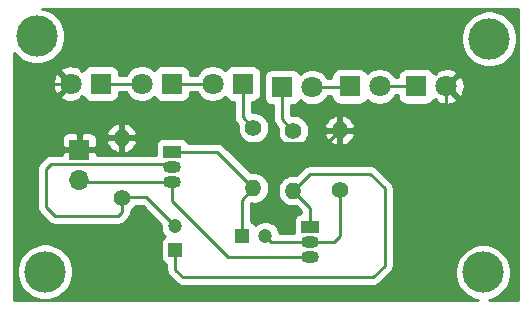
<source format=gbr>
%TF.GenerationSoftware,KiCad,Pcbnew,(5.1.12)-1*%
%TF.CreationDate,2023-08-23T15:32:20+05:30*%
%TF.ProjectId,led2,6c656432-2e6b-4696-9361-645f70636258,rev?*%
%TF.SameCoordinates,Original*%
%TF.FileFunction,Copper,L2,Bot*%
%TF.FilePolarity,Positive*%
%FSLAX46Y46*%
G04 Gerber Fmt 4.6, Leading zero omitted, Abs format (unit mm)*
G04 Created by KiCad (PCBNEW (5.1.12)-1) date 2023-08-23 15:32:20*
%MOMM*%
%LPD*%
G01*
G04 APERTURE LIST*
%TA.AperFunction,ComponentPad*%
%ADD10O,1.400000X1.400000*%
%TD*%
%TA.AperFunction,ComponentPad*%
%ADD11C,1.400000*%
%TD*%
%TA.AperFunction,ComponentPad*%
%ADD12R,1.500000X1.050000*%
%TD*%
%TA.AperFunction,ComponentPad*%
%ADD13O,1.500000X1.050000*%
%TD*%
%TA.AperFunction,ComponentPad*%
%ADD14C,1.800000*%
%TD*%
%TA.AperFunction,ComponentPad*%
%ADD15R,1.800000X1.800000*%
%TD*%
%TA.AperFunction,ComponentPad*%
%ADD16C,1.200000*%
%TD*%
%TA.AperFunction,ComponentPad*%
%ADD17R,1.200000X1.200000*%
%TD*%
%TA.AperFunction,ComponentPad*%
%ADD18O,1.700000X1.700000*%
%TD*%
%TA.AperFunction,ComponentPad*%
%ADD19R,1.700000X1.700000*%
%TD*%
%TA.AperFunction,ViaPad*%
%ADD20C,3.500000*%
%TD*%
%TA.AperFunction,Conductor*%
%ADD21C,0.250000*%
%TD*%
%TA.AperFunction,Conductor*%
%ADD22C,0.254000*%
%TD*%
%TA.AperFunction,Conductor*%
%ADD23C,0.100000*%
%TD*%
G04 APERTURE END LIST*
D10*
%TO.P,R4,2*%
%TO.N,Earth*%
X148210000Y-52950000D03*
D11*
%TO.P,R4,1*%
%TO.N,Net-(C2-Pad2)*%
X148210000Y-58030000D03*
%TD*%
D10*
%TO.P,R3,2*%
%TO.N,Earth*%
X129760000Y-53600000D03*
D11*
%TO.P,R3,1*%
%TO.N,Net-(C1-Pad2)*%
X129760000Y-58680000D03*
%TD*%
D10*
%TO.P,R2,2*%
%TO.N,Net-(C1-Pad1)*%
X144300000Y-58070000D03*
D11*
%TO.P,R2,1*%
%TO.N,Net-(D4-Pad1)*%
X144300000Y-52990000D03*
%TD*%
D10*
%TO.P,R1,2*%
%TO.N,Net-(C2-Pad1)*%
X140920000Y-57840000D03*
D11*
%TO.P,R1,1*%
%TO.N,Net-(D3-Pad1)*%
X140920000Y-52760000D03*
%TD*%
D12*
%TO.P,Q2,1*%
%TO.N,Net-(C1-Pad1)*%
X145740000Y-61130000D03*
D13*
%TO.P,Q2,3*%
%TO.N,Net-(9V1-Pad2)*%
X145740000Y-63670000D03*
%TO.P,Q2,2*%
%TO.N,Net-(C2-Pad2)*%
X145740000Y-62400000D03*
%TD*%
D12*
%TO.P,Q1,1*%
%TO.N,Net-(C2-Pad1)*%
X134040000Y-54760000D03*
D13*
%TO.P,Q1,3*%
%TO.N,Net-(9V1-Pad2)*%
X134040000Y-57300000D03*
%TO.P,Q1,2*%
%TO.N,Net-(C1-Pad2)*%
X134040000Y-56030000D03*
%TD*%
D14*
%TO.P,D6,2*%
%TO.N,Earth*%
X157250000Y-49250000D03*
D15*
%TO.P,D6,1*%
%TO.N,Net-(D5-Pad2)*%
X154710000Y-49250000D03*
%TD*%
D14*
%TO.P,D5,2*%
%TO.N,Net-(D5-Pad2)*%
X151600000Y-49250000D03*
D15*
%TO.P,D5,1*%
%TO.N,Net-(D4-Pad2)*%
X149060000Y-49250000D03*
%TD*%
D14*
%TO.P,D4,2*%
%TO.N,Net-(D4-Pad2)*%
X145890000Y-49310000D03*
D15*
%TO.P,D4,1*%
%TO.N,Net-(D4-Pad1)*%
X143350000Y-49310000D03*
%TD*%
D14*
%TO.P,D3,2*%
%TO.N,Net-(D2-Pad1)*%
X137460000Y-49000000D03*
D15*
%TO.P,D3,1*%
%TO.N,Net-(D3-Pad1)*%
X140000000Y-49000000D03*
%TD*%
D14*
%TO.P,D2,2*%
%TO.N,Net-(D1-Pad1)*%
X131460000Y-49000000D03*
D15*
%TO.P,D2,1*%
%TO.N,Net-(D2-Pad1)*%
X134000000Y-49000000D03*
%TD*%
D14*
%TO.P,D1,2*%
%TO.N,Earth*%
X125460000Y-49000000D03*
D15*
%TO.P,D1,1*%
%TO.N,Net-(D1-Pad1)*%
X128000000Y-49000000D03*
%TD*%
D16*
%TO.P,C2,2*%
%TO.N,Net-(C2-Pad2)*%
X141920000Y-61890000D03*
D17*
%TO.P,C2,1*%
%TO.N,Net-(C2-Pad1)*%
X139920000Y-61890000D03*
%TD*%
D16*
%TO.P,C1,2*%
%TO.N,Net-(C1-Pad2)*%
X134310000Y-61100000D03*
D17*
%TO.P,C1,1*%
%TO.N,Net-(C1-Pad1)*%
X134310000Y-63100000D03*
%TD*%
D18*
%TO.P,9V1,2*%
%TO.N,Net-(9V1-Pad2)*%
X126170000Y-57140000D03*
D19*
%TO.P,9V1,1*%
%TO.N,Earth*%
X126170000Y-54600000D03*
%TD*%
D20*
%TO.N,*%
X122575000Y-45000000D03*
X160875000Y-45200000D03*
X160375000Y-65000000D03*
X123275000Y-64925000D03*
%TD*%
D21*
%TO.N,Net-(9V1-Pad2)*%
X126330000Y-57300000D02*
X126170000Y-57140000D01*
X134040000Y-57300000D02*
X126330000Y-57300000D01*
X145740000Y-63670000D02*
X138790000Y-63670000D01*
X134040000Y-58920000D02*
X134040000Y-57300000D01*
X138790000Y-63670000D02*
X134040000Y-58920000D01*
%TO.N,Earth*%
X157250000Y-49250000D02*
X157250000Y-52690000D01*
X156990000Y-52950000D02*
X148210000Y-52950000D01*
X157250000Y-52690000D02*
X156990000Y-52950000D01*
X125460000Y-49000000D02*
X123880000Y-49000000D01*
X123880000Y-49000000D02*
X123220000Y-49660000D01*
X123220000Y-49660000D02*
X123220000Y-54270000D01*
X123550000Y-54600000D02*
X126170000Y-54600000D01*
X123220000Y-54270000D02*
X123550000Y-54600000D01*
X129760000Y-53600000D02*
X129760000Y-52000000D01*
X129760000Y-52000000D02*
X128940000Y-51180000D01*
X128940000Y-51180000D02*
X127190000Y-51180000D01*
X126170000Y-52200000D02*
X126170000Y-54600000D01*
X127190000Y-51180000D02*
X126170000Y-52200000D01*
X147144999Y-54015001D02*
X138165001Y-54015001D01*
X148210000Y-52950000D02*
X147144999Y-54015001D01*
X137750000Y-53600000D02*
X129760000Y-53600000D01*
X138165001Y-54015001D02*
X137750000Y-53600000D01*
%TO.N,Net-(C1-Pad2)*%
X133785001Y-55775001D02*
X123804999Y-55775001D01*
X134040000Y-56030000D02*
X133785001Y-55775001D01*
X123804999Y-55775001D02*
X123370000Y-56210000D01*
X123370000Y-56210000D02*
X123370000Y-59450000D01*
X123370000Y-59450000D02*
X124150000Y-60230000D01*
X124150000Y-60230000D02*
X129410000Y-60230000D01*
X129760000Y-59880000D02*
X129760000Y-58680000D01*
X129410000Y-60230000D02*
X129760000Y-59880000D01*
X134310000Y-61100000D02*
X131840000Y-58630000D01*
X129810000Y-58630000D02*
X129760000Y-58680000D01*
X131840000Y-58630000D02*
X129810000Y-58630000D01*
%TO.N,Net-(C1-Pad1)*%
X134310000Y-64750000D02*
X134310000Y-63100000D01*
X151080000Y-65370000D02*
X134930000Y-65370000D01*
X152020000Y-64430000D02*
X151080000Y-65370000D01*
X152020000Y-57860000D02*
X152020000Y-64430000D01*
X150820000Y-56660000D02*
X152020000Y-57860000D01*
X145710000Y-56660000D02*
X150820000Y-56660000D01*
X134930000Y-65370000D02*
X134310000Y-64750000D01*
X144300000Y-58070000D02*
X145710000Y-56660000D01*
X145740000Y-59510000D02*
X144300000Y-58070000D01*
X145740000Y-61130000D02*
X145740000Y-59510000D01*
%TO.N,Net-(C2-Pad2)*%
X142430000Y-62400000D02*
X141920000Y-61890000D01*
X145740000Y-62400000D02*
X142430000Y-62400000D01*
X145740000Y-62400000D02*
X147760000Y-62400000D01*
X148210000Y-61950000D02*
X148210000Y-58030000D01*
X147760000Y-62400000D02*
X148210000Y-61950000D01*
%TO.N,Net-(C2-Pad1)*%
X137840000Y-54760000D02*
X134040000Y-54760000D01*
X140920000Y-57840000D02*
X137840000Y-54760000D01*
X139920000Y-58840000D02*
X140920000Y-57840000D01*
X139920000Y-61890000D02*
X139920000Y-58840000D01*
%TO.N,Net-(D1-Pad1)*%
X128000000Y-49000000D02*
X131460000Y-49000000D01*
%TO.N,Net-(D2-Pad1)*%
X134000000Y-49000000D02*
X137460000Y-49000000D01*
%TO.N,Net-(D3-Pad1)*%
X140000000Y-51840000D02*
X140920000Y-52760000D01*
X140000000Y-49000000D02*
X140000000Y-51840000D01*
%TO.N,Net-(D4-Pad2)*%
X149000000Y-49310000D02*
X149060000Y-49250000D01*
X145890000Y-49310000D02*
X149000000Y-49310000D01*
%TO.N,Net-(D4-Pad1)*%
X143350000Y-52040000D02*
X144300000Y-52990000D01*
X143350000Y-49310000D02*
X143350000Y-52040000D01*
%TO.N,Net-(D5-Pad2)*%
X151600000Y-49250000D02*
X154710000Y-49250000D01*
%TD*%
D22*
%TO.N,Earth*%
X163340001Y-67340000D02*
X160836133Y-67340000D01*
X161070679Y-67293346D01*
X161504721Y-67113560D01*
X161895349Y-66852550D01*
X162227550Y-66520349D01*
X162488560Y-66129721D01*
X162668346Y-65695679D01*
X162760000Y-65234902D01*
X162760000Y-64765098D01*
X162668346Y-64304321D01*
X162488560Y-63870279D01*
X162227550Y-63479651D01*
X161895349Y-63147450D01*
X161504721Y-62886440D01*
X161070679Y-62706654D01*
X160609902Y-62615000D01*
X160140098Y-62615000D01*
X159679321Y-62706654D01*
X159245279Y-62886440D01*
X158854651Y-63147450D01*
X158522450Y-63479651D01*
X158261440Y-63870279D01*
X158081654Y-64304321D01*
X157990000Y-64765098D01*
X157990000Y-65234902D01*
X158081654Y-65695679D01*
X158261440Y-66129721D01*
X158522450Y-66520349D01*
X158854651Y-66852550D01*
X159245279Y-67113560D01*
X159679321Y-67293346D01*
X159913867Y-67340000D01*
X120660000Y-67340000D01*
X120660000Y-64690098D01*
X120890000Y-64690098D01*
X120890000Y-65159902D01*
X120981654Y-65620679D01*
X121161440Y-66054721D01*
X121422450Y-66445349D01*
X121754651Y-66777550D01*
X122145279Y-67038560D01*
X122579321Y-67218346D01*
X123040098Y-67310000D01*
X123509902Y-67310000D01*
X123970679Y-67218346D01*
X124404721Y-67038560D01*
X124795349Y-66777550D01*
X125127550Y-66445349D01*
X125388560Y-66054721D01*
X125568346Y-65620679D01*
X125660000Y-65159902D01*
X125660000Y-64690098D01*
X125568346Y-64229321D01*
X125388560Y-63795279D01*
X125127550Y-63404651D01*
X124795349Y-63072450D01*
X124404721Y-62811440D01*
X123970679Y-62631654D01*
X123509902Y-62540000D01*
X123040098Y-62540000D01*
X122579321Y-62631654D01*
X122145279Y-62811440D01*
X121754651Y-63072450D01*
X121422450Y-63404651D01*
X121161440Y-63795279D01*
X120981654Y-64229321D01*
X120890000Y-64690098D01*
X120660000Y-64690098D01*
X120660000Y-56210000D01*
X122606324Y-56210000D01*
X122610000Y-56247323D01*
X122610001Y-59412668D01*
X122606324Y-59450000D01*
X122620998Y-59598985D01*
X122664454Y-59742246D01*
X122735026Y-59874276D01*
X122787121Y-59937753D01*
X122830000Y-59990001D01*
X122858998Y-60013799D01*
X123586201Y-60741002D01*
X123609999Y-60770001D01*
X123638997Y-60793799D01*
X123725724Y-60864974D01*
X123857753Y-60935546D01*
X124001014Y-60979003D01*
X124150000Y-60993677D01*
X124187333Y-60990000D01*
X129372678Y-60990000D01*
X129410000Y-60993676D01*
X129447322Y-60990000D01*
X129447333Y-60990000D01*
X129558986Y-60979003D01*
X129702247Y-60935546D01*
X129834276Y-60864974D01*
X129950001Y-60770001D01*
X129973804Y-60740997D01*
X130270998Y-60443803D01*
X130300001Y-60420001D01*
X130394974Y-60304276D01*
X130465546Y-60172247D01*
X130509003Y-60028986D01*
X130520000Y-59917333D01*
X130520000Y-59917325D01*
X130523676Y-59880000D01*
X130520000Y-59842675D01*
X130520000Y-59777775D01*
X130611013Y-59716962D01*
X130796962Y-59531013D01*
X130891183Y-59390000D01*
X131525199Y-59390000D01*
X133081398Y-60946200D01*
X133075000Y-60978363D01*
X133075000Y-61221637D01*
X133122460Y-61460236D01*
X133215557Y-61684992D01*
X133350713Y-61887267D01*
X133405947Y-61942501D01*
X133355506Y-61969463D01*
X133258815Y-62048815D01*
X133179463Y-62145506D01*
X133120498Y-62255820D01*
X133084188Y-62375518D01*
X133071928Y-62500000D01*
X133071928Y-63700000D01*
X133084188Y-63824482D01*
X133120498Y-63944180D01*
X133179463Y-64054494D01*
X133258815Y-64151185D01*
X133355506Y-64230537D01*
X133465820Y-64289502D01*
X133550000Y-64315038D01*
X133550000Y-64712677D01*
X133546324Y-64750000D01*
X133550000Y-64787322D01*
X133550000Y-64787332D01*
X133560997Y-64898985D01*
X133604454Y-65042246D01*
X133675026Y-65174276D01*
X133713383Y-65221013D01*
X133769999Y-65290001D01*
X133799002Y-65313803D01*
X134366205Y-65881008D01*
X134389999Y-65910001D01*
X134418992Y-65933795D01*
X134418996Y-65933799D01*
X134489685Y-65991811D01*
X134505724Y-66004974D01*
X134637753Y-66075546D01*
X134781014Y-66119003D01*
X134892667Y-66130000D01*
X134892676Y-66130000D01*
X134929999Y-66133676D01*
X134967322Y-66130000D01*
X151042678Y-66130000D01*
X151080000Y-66133676D01*
X151117322Y-66130000D01*
X151117333Y-66130000D01*
X151228986Y-66119003D01*
X151372247Y-66075546D01*
X151504276Y-66004974D01*
X151620001Y-65910001D01*
X151643804Y-65880998D01*
X152531003Y-64993799D01*
X152560001Y-64970001D01*
X152654974Y-64854276D01*
X152725546Y-64722247D01*
X152769003Y-64578986D01*
X152780000Y-64467333D01*
X152780000Y-64467325D01*
X152783676Y-64430000D01*
X152780000Y-64392675D01*
X152780000Y-57897322D01*
X152783676Y-57859999D01*
X152780000Y-57822676D01*
X152780000Y-57822667D01*
X152769003Y-57711014D01*
X152725546Y-57567753D01*
X152654974Y-57435724D01*
X152560001Y-57319999D01*
X152531004Y-57296202D01*
X151383804Y-56149003D01*
X151360001Y-56119999D01*
X151244276Y-56025026D01*
X151112247Y-55954454D01*
X150968986Y-55910997D01*
X150857333Y-55900000D01*
X150857322Y-55900000D01*
X150820000Y-55896324D01*
X150782678Y-55900000D01*
X145747322Y-55900000D01*
X145709999Y-55896324D01*
X145672676Y-55900000D01*
X145672667Y-55900000D01*
X145561014Y-55910997D01*
X145417753Y-55954454D01*
X145285723Y-56025026D01*
X145234276Y-56067248D01*
X145169999Y-56119999D01*
X145146201Y-56148997D01*
X144538843Y-56756355D01*
X144431486Y-56735000D01*
X144168514Y-56735000D01*
X143910595Y-56786304D01*
X143667641Y-56886939D01*
X143448987Y-57033038D01*
X143263038Y-57218987D01*
X143116939Y-57437641D01*
X143016304Y-57680595D01*
X142965000Y-57938514D01*
X142965000Y-58201486D01*
X143016304Y-58459405D01*
X143116939Y-58702359D01*
X143263038Y-58921013D01*
X143448987Y-59106962D01*
X143667641Y-59253061D01*
X143910595Y-59353696D01*
X144168514Y-59405000D01*
X144431486Y-59405000D01*
X144538843Y-59383645D01*
X144980001Y-59824803D01*
X144980001Y-59967913D01*
X144865518Y-59979188D01*
X144745820Y-60015498D01*
X144635506Y-60074463D01*
X144538815Y-60153815D01*
X144459463Y-60250506D01*
X144400498Y-60360820D01*
X144364188Y-60480518D01*
X144351928Y-60605000D01*
X144351928Y-61640000D01*
X143129467Y-61640000D01*
X143107540Y-61529764D01*
X143014443Y-61305008D01*
X142879287Y-61102733D01*
X142707267Y-60930713D01*
X142504992Y-60795557D01*
X142280236Y-60702460D01*
X142041637Y-60655000D01*
X141798363Y-60655000D01*
X141559764Y-60702460D01*
X141335008Y-60795557D01*
X141132733Y-60930713D01*
X141077499Y-60985947D01*
X141050537Y-60935506D01*
X140971185Y-60838815D01*
X140874494Y-60759463D01*
X140764180Y-60700498D01*
X140680000Y-60674962D01*
X140680000Y-59154801D01*
X140681156Y-59153645D01*
X140788514Y-59175000D01*
X141051486Y-59175000D01*
X141309405Y-59123696D01*
X141552359Y-59023061D01*
X141771013Y-58876962D01*
X141956962Y-58691013D01*
X142103061Y-58472359D01*
X142203696Y-58229405D01*
X142255000Y-57971486D01*
X142255000Y-57708514D01*
X142203696Y-57450595D01*
X142103061Y-57207641D01*
X141956962Y-56988987D01*
X141771013Y-56803038D01*
X141552359Y-56656939D01*
X141309405Y-56556304D01*
X141051486Y-56505000D01*
X140788514Y-56505000D01*
X140681157Y-56526355D01*
X138403804Y-54249003D01*
X138380001Y-54219999D01*
X138264276Y-54125026D01*
X138132247Y-54054454D01*
X137988986Y-54010997D01*
X137877333Y-54000000D01*
X137877322Y-54000000D01*
X137840000Y-53996324D01*
X137802678Y-54000000D01*
X135382287Y-54000000D01*
X135379502Y-53990820D01*
X135320537Y-53880506D01*
X135241185Y-53783815D01*
X135144494Y-53704463D01*
X135034180Y-53645498D01*
X134914482Y-53609188D01*
X134790000Y-53596928D01*
X133290000Y-53596928D01*
X133165518Y-53609188D01*
X133045820Y-53645498D01*
X132935506Y-53704463D01*
X132838815Y-53783815D01*
X132759463Y-53880506D01*
X132700498Y-53990820D01*
X132664188Y-54110518D01*
X132651928Y-54235000D01*
X132651928Y-55015001D01*
X127655704Y-55015001D01*
X127655000Y-54885750D01*
X127496250Y-54727000D01*
X126297000Y-54727000D01*
X126297000Y-54747000D01*
X126043000Y-54747000D01*
X126043000Y-54727000D01*
X124843750Y-54727000D01*
X124685000Y-54885750D01*
X124684296Y-55015001D01*
X123842321Y-55015001D01*
X123804998Y-55011325D01*
X123767675Y-55015001D01*
X123767666Y-55015001D01*
X123656013Y-55025998D01*
X123512752Y-55069455D01*
X123380723Y-55140027D01*
X123264998Y-55235000D01*
X123241199Y-55263999D01*
X122859002Y-55646197D01*
X122829999Y-55669999D01*
X122775682Y-55736185D01*
X122735026Y-55785724D01*
X122719091Y-55815537D01*
X122664454Y-55917754D01*
X122620997Y-56061015D01*
X122610000Y-56172668D01*
X122610000Y-56172678D01*
X122606324Y-56210000D01*
X120660000Y-56210000D01*
X120660000Y-53750000D01*
X124681928Y-53750000D01*
X124685000Y-54314250D01*
X124843750Y-54473000D01*
X126043000Y-54473000D01*
X126043000Y-53273750D01*
X126297000Y-53273750D01*
X126297000Y-54473000D01*
X127496250Y-54473000D01*
X127655000Y-54314250D01*
X127657073Y-53933330D01*
X128467278Y-53933330D01*
X128557147Y-54179123D01*
X128693241Y-54402660D01*
X128870330Y-54595351D01*
X129081608Y-54749792D01*
X129318956Y-54860047D01*
X129426671Y-54892716D01*
X129633000Y-54769374D01*
X129633000Y-53727000D01*
X129887000Y-53727000D01*
X129887000Y-54769374D01*
X130093329Y-54892716D01*
X130201044Y-54860047D01*
X130438392Y-54749792D01*
X130649670Y-54595351D01*
X130826759Y-54402660D01*
X130962853Y-54179123D01*
X131052722Y-53933330D01*
X130930201Y-53727000D01*
X129887000Y-53727000D01*
X129633000Y-53727000D01*
X128589799Y-53727000D01*
X128467278Y-53933330D01*
X127657073Y-53933330D01*
X127658072Y-53750000D01*
X127645812Y-53625518D01*
X127609502Y-53505820D01*
X127550537Y-53395506D01*
X127471185Y-53298815D01*
X127432017Y-53266670D01*
X128467278Y-53266670D01*
X128589799Y-53473000D01*
X129633000Y-53473000D01*
X129633000Y-52430626D01*
X129887000Y-52430626D01*
X129887000Y-53473000D01*
X130930201Y-53473000D01*
X131052722Y-53266670D01*
X130962853Y-53020877D01*
X130826759Y-52797340D01*
X130649670Y-52604649D01*
X130438392Y-52450208D01*
X130201044Y-52339953D01*
X130093329Y-52307284D01*
X129887000Y-52430626D01*
X129633000Y-52430626D01*
X129426671Y-52307284D01*
X129318956Y-52339953D01*
X129081608Y-52450208D01*
X128870330Y-52604649D01*
X128693241Y-52797340D01*
X128557147Y-53020877D01*
X128467278Y-53266670D01*
X127432017Y-53266670D01*
X127374494Y-53219463D01*
X127264180Y-53160498D01*
X127144482Y-53124188D01*
X127020000Y-53111928D01*
X126455750Y-53115000D01*
X126297000Y-53273750D01*
X126043000Y-53273750D01*
X125884250Y-53115000D01*
X125320000Y-53111928D01*
X125195518Y-53124188D01*
X125075820Y-53160498D01*
X124965506Y-53219463D01*
X124868815Y-53298815D01*
X124789463Y-53395506D01*
X124730498Y-53505820D01*
X124694188Y-53625518D01*
X124681928Y-53750000D01*
X120660000Y-53750000D01*
X120660000Y-49066553D01*
X123919009Y-49066553D01*
X123961603Y-49365907D01*
X124061778Y-49651199D01*
X124141739Y-49800792D01*
X124395920Y-49884475D01*
X125280395Y-49000000D01*
X124395920Y-48115525D01*
X124141739Y-48199208D01*
X124010842Y-48471775D01*
X123935635Y-48764642D01*
X123919009Y-49066553D01*
X120660000Y-49066553D01*
X120660000Y-47935920D01*
X124575525Y-47935920D01*
X125460000Y-48820395D01*
X125474143Y-48806253D01*
X125653748Y-48985858D01*
X125639605Y-49000000D01*
X125653748Y-49014143D01*
X125474143Y-49193748D01*
X125460000Y-49179605D01*
X124575525Y-50064080D01*
X124659208Y-50318261D01*
X124931775Y-50449158D01*
X125224642Y-50524365D01*
X125526553Y-50540991D01*
X125825907Y-50498397D01*
X126111199Y-50398222D01*
X126260792Y-50318261D01*
X126344474Y-50064082D01*
X126460422Y-50180030D01*
X126507187Y-50133265D01*
X126510498Y-50144180D01*
X126569463Y-50254494D01*
X126648815Y-50351185D01*
X126745506Y-50430537D01*
X126855820Y-50489502D01*
X126975518Y-50525812D01*
X127100000Y-50538072D01*
X128900000Y-50538072D01*
X129024482Y-50525812D01*
X129144180Y-50489502D01*
X129254494Y-50430537D01*
X129351185Y-50351185D01*
X129430537Y-50254494D01*
X129489502Y-50144180D01*
X129525812Y-50024482D01*
X129538072Y-49900000D01*
X129538072Y-49760000D01*
X130121687Y-49760000D01*
X130267688Y-49978505D01*
X130481495Y-50192312D01*
X130732905Y-50360299D01*
X131012257Y-50476011D01*
X131308816Y-50535000D01*
X131611184Y-50535000D01*
X131907743Y-50476011D01*
X132187095Y-50360299D01*
X132438505Y-50192312D01*
X132504944Y-50125873D01*
X132510498Y-50144180D01*
X132569463Y-50254494D01*
X132648815Y-50351185D01*
X132745506Y-50430537D01*
X132855820Y-50489502D01*
X132975518Y-50525812D01*
X133100000Y-50538072D01*
X134900000Y-50538072D01*
X135024482Y-50525812D01*
X135144180Y-50489502D01*
X135254494Y-50430537D01*
X135351185Y-50351185D01*
X135430537Y-50254494D01*
X135489502Y-50144180D01*
X135525812Y-50024482D01*
X135538072Y-49900000D01*
X135538072Y-49760000D01*
X136121687Y-49760000D01*
X136267688Y-49978505D01*
X136481495Y-50192312D01*
X136732905Y-50360299D01*
X137012257Y-50476011D01*
X137308816Y-50535000D01*
X137611184Y-50535000D01*
X137907743Y-50476011D01*
X138187095Y-50360299D01*
X138438505Y-50192312D01*
X138504944Y-50125873D01*
X138510498Y-50144180D01*
X138569463Y-50254494D01*
X138648815Y-50351185D01*
X138745506Y-50430537D01*
X138855820Y-50489502D01*
X138975518Y-50525812D01*
X139100000Y-50538072D01*
X139240001Y-50538072D01*
X139240001Y-51802668D01*
X139236324Y-51840000D01*
X139250998Y-51988985D01*
X139294454Y-52132246D01*
X139365026Y-52264276D01*
X139420809Y-52332247D01*
X139460000Y-52380001D01*
X139488998Y-52403799D01*
X139606355Y-52521156D01*
X139585000Y-52628514D01*
X139585000Y-52891486D01*
X139636304Y-53149405D01*
X139736939Y-53392359D01*
X139883038Y-53611013D01*
X140068987Y-53796962D01*
X140287641Y-53943061D01*
X140530595Y-54043696D01*
X140788514Y-54095000D01*
X141051486Y-54095000D01*
X141309405Y-54043696D01*
X141552359Y-53943061D01*
X141771013Y-53796962D01*
X141956962Y-53611013D01*
X142103061Y-53392359D01*
X142203696Y-53149405D01*
X142255000Y-52891486D01*
X142255000Y-52628514D01*
X142203696Y-52370595D01*
X142103061Y-52127641D01*
X141956962Y-51908987D01*
X141771013Y-51723038D01*
X141552359Y-51576939D01*
X141309405Y-51476304D01*
X141051486Y-51425000D01*
X140788514Y-51425000D01*
X140760000Y-51430672D01*
X140760000Y-50538072D01*
X140900000Y-50538072D01*
X141024482Y-50525812D01*
X141144180Y-50489502D01*
X141254494Y-50430537D01*
X141351185Y-50351185D01*
X141430537Y-50254494D01*
X141489502Y-50144180D01*
X141525812Y-50024482D01*
X141538072Y-49900000D01*
X141538072Y-48410000D01*
X141811928Y-48410000D01*
X141811928Y-50210000D01*
X141824188Y-50334482D01*
X141860498Y-50454180D01*
X141919463Y-50564494D01*
X141998815Y-50661185D01*
X142095506Y-50740537D01*
X142205820Y-50799502D01*
X142325518Y-50835812D01*
X142450000Y-50848072D01*
X142590001Y-50848072D01*
X142590001Y-52002668D01*
X142586324Y-52040000D01*
X142590001Y-52077333D01*
X142596074Y-52138987D01*
X142600998Y-52188985D01*
X142644454Y-52332246D01*
X142715026Y-52464276D01*
X142786201Y-52551002D01*
X142810000Y-52580001D01*
X142838998Y-52603799D01*
X142986355Y-52751156D01*
X142965000Y-52858514D01*
X142965000Y-53121486D01*
X143016304Y-53379405D01*
X143116939Y-53622359D01*
X143263038Y-53841013D01*
X143448987Y-54026962D01*
X143667641Y-54173061D01*
X143910595Y-54273696D01*
X144168514Y-54325000D01*
X144431486Y-54325000D01*
X144689405Y-54273696D01*
X144932359Y-54173061D01*
X145151013Y-54026962D01*
X145336962Y-53841013D01*
X145483061Y-53622359D01*
X145583696Y-53379405D01*
X145602806Y-53283330D01*
X146917278Y-53283330D01*
X147007147Y-53529123D01*
X147143241Y-53752660D01*
X147320330Y-53945351D01*
X147531608Y-54099792D01*
X147768956Y-54210047D01*
X147876671Y-54242716D01*
X148083000Y-54119374D01*
X148083000Y-53077000D01*
X148337000Y-53077000D01*
X148337000Y-54119374D01*
X148543329Y-54242716D01*
X148651044Y-54210047D01*
X148888392Y-54099792D01*
X149099670Y-53945351D01*
X149276759Y-53752660D01*
X149412853Y-53529123D01*
X149502722Y-53283330D01*
X149380201Y-53077000D01*
X148337000Y-53077000D01*
X148083000Y-53077000D01*
X147039799Y-53077000D01*
X146917278Y-53283330D01*
X145602806Y-53283330D01*
X145635000Y-53121486D01*
X145635000Y-52858514D01*
X145586894Y-52616670D01*
X146917278Y-52616670D01*
X147039799Y-52823000D01*
X148083000Y-52823000D01*
X148083000Y-51780626D01*
X148337000Y-51780626D01*
X148337000Y-52823000D01*
X149380201Y-52823000D01*
X149502722Y-52616670D01*
X149412853Y-52370877D01*
X149276759Y-52147340D01*
X149099670Y-51954649D01*
X148888392Y-51800208D01*
X148651044Y-51689953D01*
X148543329Y-51657284D01*
X148337000Y-51780626D01*
X148083000Y-51780626D01*
X147876671Y-51657284D01*
X147768956Y-51689953D01*
X147531608Y-51800208D01*
X147320330Y-51954649D01*
X147143241Y-52147340D01*
X147007147Y-52370877D01*
X146917278Y-52616670D01*
X145586894Y-52616670D01*
X145583696Y-52600595D01*
X145483061Y-52357641D01*
X145336962Y-52138987D01*
X145151013Y-51953038D01*
X144932359Y-51806939D01*
X144689405Y-51706304D01*
X144431486Y-51655000D01*
X144168514Y-51655000D01*
X144110000Y-51666639D01*
X144110000Y-50848072D01*
X144250000Y-50848072D01*
X144374482Y-50835812D01*
X144494180Y-50799502D01*
X144604494Y-50740537D01*
X144701185Y-50661185D01*
X144780537Y-50564494D01*
X144839502Y-50454180D01*
X144845056Y-50435873D01*
X144911495Y-50502312D01*
X145162905Y-50670299D01*
X145442257Y-50786011D01*
X145738816Y-50845000D01*
X146041184Y-50845000D01*
X146337743Y-50786011D01*
X146617095Y-50670299D01*
X146868505Y-50502312D01*
X147082312Y-50288505D01*
X147228313Y-50070000D01*
X147521928Y-50070000D01*
X147521928Y-50150000D01*
X147534188Y-50274482D01*
X147570498Y-50394180D01*
X147629463Y-50504494D01*
X147708815Y-50601185D01*
X147805506Y-50680537D01*
X147915820Y-50739502D01*
X148035518Y-50775812D01*
X148160000Y-50788072D01*
X149960000Y-50788072D01*
X150084482Y-50775812D01*
X150204180Y-50739502D01*
X150314494Y-50680537D01*
X150411185Y-50601185D01*
X150490537Y-50504494D01*
X150549502Y-50394180D01*
X150555056Y-50375873D01*
X150621495Y-50442312D01*
X150872905Y-50610299D01*
X151152257Y-50726011D01*
X151448816Y-50785000D01*
X151751184Y-50785000D01*
X152047743Y-50726011D01*
X152327095Y-50610299D01*
X152578505Y-50442312D01*
X152792312Y-50228505D01*
X152938313Y-50010000D01*
X153171928Y-50010000D01*
X153171928Y-50150000D01*
X153184188Y-50274482D01*
X153220498Y-50394180D01*
X153279463Y-50504494D01*
X153358815Y-50601185D01*
X153455506Y-50680537D01*
X153565820Y-50739502D01*
X153685518Y-50775812D01*
X153810000Y-50788072D01*
X155610000Y-50788072D01*
X155734482Y-50775812D01*
X155854180Y-50739502D01*
X155964494Y-50680537D01*
X156061185Y-50601185D01*
X156140537Y-50504494D01*
X156199502Y-50394180D01*
X156202813Y-50383265D01*
X156249578Y-50430030D01*
X156365526Y-50314082D01*
X156449208Y-50568261D01*
X156721775Y-50699158D01*
X157014642Y-50774365D01*
X157316553Y-50790991D01*
X157615907Y-50748397D01*
X157901199Y-50648222D01*
X158050792Y-50568261D01*
X158134475Y-50314080D01*
X157250000Y-49429605D01*
X157235858Y-49443748D01*
X157056253Y-49264143D01*
X157070395Y-49250000D01*
X157429605Y-49250000D01*
X158314080Y-50134475D01*
X158568261Y-50050792D01*
X158699158Y-49778225D01*
X158774365Y-49485358D01*
X158790991Y-49183447D01*
X158748397Y-48884093D01*
X158648222Y-48598801D01*
X158568261Y-48449208D01*
X158314080Y-48365525D01*
X157429605Y-49250000D01*
X157070395Y-49250000D01*
X157056253Y-49235858D01*
X157235858Y-49056253D01*
X157250000Y-49070395D01*
X158134475Y-48185920D01*
X158050792Y-47931739D01*
X157778225Y-47800842D01*
X157485358Y-47725635D01*
X157183447Y-47709009D01*
X156884093Y-47751603D01*
X156598801Y-47851778D01*
X156449208Y-47931739D01*
X156365526Y-48185918D01*
X156249578Y-48069970D01*
X156202813Y-48116735D01*
X156199502Y-48105820D01*
X156140537Y-47995506D01*
X156061185Y-47898815D01*
X155964494Y-47819463D01*
X155854180Y-47760498D01*
X155734482Y-47724188D01*
X155610000Y-47711928D01*
X153810000Y-47711928D01*
X153685518Y-47724188D01*
X153565820Y-47760498D01*
X153455506Y-47819463D01*
X153358815Y-47898815D01*
X153279463Y-47995506D01*
X153220498Y-48105820D01*
X153184188Y-48225518D01*
X153171928Y-48350000D01*
X153171928Y-48490000D01*
X152938313Y-48490000D01*
X152792312Y-48271495D01*
X152578505Y-48057688D01*
X152327095Y-47889701D01*
X152047743Y-47773989D01*
X151751184Y-47715000D01*
X151448816Y-47715000D01*
X151152257Y-47773989D01*
X150872905Y-47889701D01*
X150621495Y-48057688D01*
X150555056Y-48124127D01*
X150549502Y-48105820D01*
X150490537Y-47995506D01*
X150411185Y-47898815D01*
X150314494Y-47819463D01*
X150204180Y-47760498D01*
X150084482Y-47724188D01*
X149960000Y-47711928D01*
X148160000Y-47711928D01*
X148035518Y-47724188D01*
X147915820Y-47760498D01*
X147805506Y-47819463D01*
X147708815Y-47898815D01*
X147629463Y-47995506D01*
X147570498Y-48105820D01*
X147534188Y-48225518D01*
X147521928Y-48350000D01*
X147521928Y-48550000D01*
X147228313Y-48550000D01*
X147082312Y-48331495D01*
X146868505Y-48117688D01*
X146617095Y-47949701D01*
X146337743Y-47833989D01*
X146041184Y-47775000D01*
X145738816Y-47775000D01*
X145442257Y-47833989D01*
X145162905Y-47949701D01*
X144911495Y-48117688D01*
X144845056Y-48184127D01*
X144839502Y-48165820D01*
X144780537Y-48055506D01*
X144701185Y-47958815D01*
X144604494Y-47879463D01*
X144494180Y-47820498D01*
X144374482Y-47784188D01*
X144250000Y-47771928D01*
X142450000Y-47771928D01*
X142325518Y-47784188D01*
X142205820Y-47820498D01*
X142095506Y-47879463D01*
X141998815Y-47958815D01*
X141919463Y-48055506D01*
X141860498Y-48165820D01*
X141824188Y-48285518D01*
X141811928Y-48410000D01*
X141538072Y-48410000D01*
X141538072Y-48100000D01*
X141525812Y-47975518D01*
X141489502Y-47855820D01*
X141430537Y-47745506D01*
X141351185Y-47648815D01*
X141254494Y-47569463D01*
X141144180Y-47510498D01*
X141024482Y-47474188D01*
X140900000Y-47461928D01*
X139100000Y-47461928D01*
X138975518Y-47474188D01*
X138855820Y-47510498D01*
X138745506Y-47569463D01*
X138648815Y-47648815D01*
X138569463Y-47745506D01*
X138510498Y-47855820D01*
X138504944Y-47874127D01*
X138438505Y-47807688D01*
X138187095Y-47639701D01*
X137907743Y-47523989D01*
X137611184Y-47465000D01*
X137308816Y-47465000D01*
X137012257Y-47523989D01*
X136732905Y-47639701D01*
X136481495Y-47807688D01*
X136267688Y-48021495D01*
X136121687Y-48240000D01*
X135538072Y-48240000D01*
X135538072Y-48100000D01*
X135525812Y-47975518D01*
X135489502Y-47855820D01*
X135430537Y-47745506D01*
X135351185Y-47648815D01*
X135254494Y-47569463D01*
X135144180Y-47510498D01*
X135024482Y-47474188D01*
X134900000Y-47461928D01*
X133100000Y-47461928D01*
X132975518Y-47474188D01*
X132855820Y-47510498D01*
X132745506Y-47569463D01*
X132648815Y-47648815D01*
X132569463Y-47745506D01*
X132510498Y-47855820D01*
X132504944Y-47874127D01*
X132438505Y-47807688D01*
X132187095Y-47639701D01*
X131907743Y-47523989D01*
X131611184Y-47465000D01*
X131308816Y-47465000D01*
X131012257Y-47523989D01*
X130732905Y-47639701D01*
X130481495Y-47807688D01*
X130267688Y-48021495D01*
X130121687Y-48240000D01*
X129538072Y-48240000D01*
X129538072Y-48100000D01*
X129525812Y-47975518D01*
X129489502Y-47855820D01*
X129430537Y-47745506D01*
X129351185Y-47648815D01*
X129254494Y-47569463D01*
X129144180Y-47510498D01*
X129024482Y-47474188D01*
X128900000Y-47461928D01*
X127100000Y-47461928D01*
X126975518Y-47474188D01*
X126855820Y-47510498D01*
X126745506Y-47569463D01*
X126648815Y-47648815D01*
X126569463Y-47745506D01*
X126510498Y-47855820D01*
X126507187Y-47866735D01*
X126460422Y-47819970D01*
X126344474Y-47935918D01*
X126260792Y-47681739D01*
X125988225Y-47550842D01*
X125695358Y-47475635D01*
X125393447Y-47459009D01*
X125094093Y-47501603D01*
X124808801Y-47601778D01*
X124659208Y-47681739D01*
X124575525Y-47935920D01*
X120660000Y-47935920D01*
X120660000Y-46426886D01*
X120722450Y-46520349D01*
X121054651Y-46852550D01*
X121445279Y-47113560D01*
X121879321Y-47293346D01*
X122340098Y-47385000D01*
X122809902Y-47385000D01*
X123270679Y-47293346D01*
X123704721Y-47113560D01*
X124095349Y-46852550D01*
X124427550Y-46520349D01*
X124688560Y-46129721D01*
X124868346Y-45695679D01*
X124960000Y-45234902D01*
X124960000Y-44965098D01*
X158490000Y-44965098D01*
X158490000Y-45434902D01*
X158581654Y-45895679D01*
X158761440Y-46329721D01*
X159022450Y-46720349D01*
X159354651Y-47052550D01*
X159745279Y-47313560D01*
X160179321Y-47493346D01*
X160640098Y-47585000D01*
X161109902Y-47585000D01*
X161570679Y-47493346D01*
X162004721Y-47313560D01*
X162395349Y-47052550D01*
X162727550Y-46720349D01*
X162988560Y-46329721D01*
X163168346Y-45895679D01*
X163260000Y-45434902D01*
X163260000Y-44965098D01*
X163168346Y-44504321D01*
X162988560Y-44070279D01*
X162727550Y-43679651D01*
X162395349Y-43347450D01*
X162004721Y-43086440D01*
X161570679Y-42906654D01*
X161109902Y-42815000D01*
X160640098Y-42815000D01*
X160179321Y-42906654D01*
X159745279Y-43086440D01*
X159354651Y-43347450D01*
X159022450Y-43679651D01*
X158761440Y-44070279D01*
X158581654Y-44504321D01*
X158490000Y-44965098D01*
X124960000Y-44965098D01*
X124960000Y-44765098D01*
X124868346Y-44304321D01*
X124688560Y-43870279D01*
X124427550Y-43479651D01*
X124095349Y-43147450D01*
X123704721Y-42886440D01*
X123270679Y-42706654D01*
X123036133Y-42660000D01*
X163340000Y-42660000D01*
X163340001Y-67340000D01*
%TA.AperFunction,Conductor*%
D23*
G36*
X163340001Y-67340000D02*
G01*
X160836133Y-67340000D01*
X161070679Y-67293346D01*
X161504721Y-67113560D01*
X161895349Y-66852550D01*
X162227550Y-66520349D01*
X162488560Y-66129721D01*
X162668346Y-65695679D01*
X162760000Y-65234902D01*
X162760000Y-64765098D01*
X162668346Y-64304321D01*
X162488560Y-63870279D01*
X162227550Y-63479651D01*
X161895349Y-63147450D01*
X161504721Y-62886440D01*
X161070679Y-62706654D01*
X160609902Y-62615000D01*
X160140098Y-62615000D01*
X159679321Y-62706654D01*
X159245279Y-62886440D01*
X158854651Y-63147450D01*
X158522450Y-63479651D01*
X158261440Y-63870279D01*
X158081654Y-64304321D01*
X157990000Y-64765098D01*
X157990000Y-65234902D01*
X158081654Y-65695679D01*
X158261440Y-66129721D01*
X158522450Y-66520349D01*
X158854651Y-66852550D01*
X159245279Y-67113560D01*
X159679321Y-67293346D01*
X159913867Y-67340000D01*
X120660000Y-67340000D01*
X120660000Y-64690098D01*
X120890000Y-64690098D01*
X120890000Y-65159902D01*
X120981654Y-65620679D01*
X121161440Y-66054721D01*
X121422450Y-66445349D01*
X121754651Y-66777550D01*
X122145279Y-67038560D01*
X122579321Y-67218346D01*
X123040098Y-67310000D01*
X123509902Y-67310000D01*
X123970679Y-67218346D01*
X124404721Y-67038560D01*
X124795349Y-66777550D01*
X125127550Y-66445349D01*
X125388560Y-66054721D01*
X125568346Y-65620679D01*
X125660000Y-65159902D01*
X125660000Y-64690098D01*
X125568346Y-64229321D01*
X125388560Y-63795279D01*
X125127550Y-63404651D01*
X124795349Y-63072450D01*
X124404721Y-62811440D01*
X123970679Y-62631654D01*
X123509902Y-62540000D01*
X123040098Y-62540000D01*
X122579321Y-62631654D01*
X122145279Y-62811440D01*
X121754651Y-63072450D01*
X121422450Y-63404651D01*
X121161440Y-63795279D01*
X120981654Y-64229321D01*
X120890000Y-64690098D01*
X120660000Y-64690098D01*
X120660000Y-56210000D01*
X122606324Y-56210000D01*
X122610000Y-56247323D01*
X122610001Y-59412668D01*
X122606324Y-59450000D01*
X122620998Y-59598985D01*
X122664454Y-59742246D01*
X122735026Y-59874276D01*
X122787121Y-59937753D01*
X122830000Y-59990001D01*
X122858998Y-60013799D01*
X123586201Y-60741002D01*
X123609999Y-60770001D01*
X123638997Y-60793799D01*
X123725724Y-60864974D01*
X123857753Y-60935546D01*
X124001014Y-60979003D01*
X124150000Y-60993677D01*
X124187333Y-60990000D01*
X129372678Y-60990000D01*
X129410000Y-60993676D01*
X129447322Y-60990000D01*
X129447333Y-60990000D01*
X129558986Y-60979003D01*
X129702247Y-60935546D01*
X129834276Y-60864974D01*
X129950001Y-60770001D01*
X129973804Y-60740997D01*
X130270998Y-60443803D01*
X130300001Y-60420001D01*
X130394974Y-60304276D01*
X130465546Y-60172247D01*
X130509003Y-60028986D01*
X130520000Y-59917333D01*
X130520000Y-59917325D01*
X130523676Y-59880000D01*
X130520000Y-59842675D01*
X130520000Y-59777775D01*
X130611013Y-59716962D01*
X130796962Y-59531013D01*
X130891183Y-59390000D01*
X131525199Y-59390000D01*
X133081398Y-60946200D01*
X133075000Y-60978363D01*
X133075000Y-61221637D01*
X133122460Y-61460236D01*
X133215557Y-61684992D01*
X133350713Y-61887267D01*
X133405947Y-61942501D01*
X133355506Y-61969463D01*
X133258815Y-62048815D01*
X133179463Y-62145506D01*
X133120498Y-62255820D01*
X133084188Y-62375518D01*
X133071928Y-62500000D01*
X133071928Y-63700000D01*
X133084188Y-63824482D01*
X133120498Y-63944180D01*
X133179463Y-64054494D01*
X133258815Y-64151185D01*
X133355506Y-64230537D01*
X133465820Y-64289502D01*
X133550000Y-64315038D01*
X133550000Y-64712677D01*
X133546324Y-64750000D01*
X133550000Y-64787322D01*
X133550000Y-64787332D01*
X133560997Y-64898985D01*
X133604454Y-65042246D01*
X133675026Y-65174276D01*
X133713383Y-65221013D01*
X133769999Y-65290001D01*
X133799002Y-65313803D01*
X134366205Y-65881008D01*
X134389999Y-65910001D01*
X134418992Y-65933795D01*
X134418996Y-65933799D01*
X134489685Y-65991811D01*
X134505724Y-66004974D01*
X134637753Y-66075546D01*
X134781014Y-66119003D01*
X134892667Y-66130000D01*
X134892676Y-66130000D01*
X134929999Y-66133676D01*
X134967322Y-66130000D01*
X151042678Y-66130000D01*
X151080000Y-66133676D01*
X151117322Y-66130000D01*
X151117333Y-66130000D01*
X151228986Y-66119003D01*
X151372247Y-66075546D01*
X151504276Y-66004974D01*
X151620001Y-65910001D01*
X151643804Y-65880998D01*
X152531003Y-64993799D01*
X152560001Y-64970001D01*
X152654974Y-64854276D01*
X152725546Y-64722247D01*
X152769003Y-64578986D01*
X152780000Y-64467333D01*
X152780000Y-64467325D01*
X152783676Y-64430000D01*
X152780000Y-64392675D01*
X152780000Y-57897322D01*
X152783676Y-57859999D01*
X152780000Y-57822676D01*
X152780000Y-57822667D01*
X152769003Y-57711014D01*
X152725546Y-57567753D01*
X152654974Y-57435724D01*
X152560001Y-57319999D01*
X152531004Y-57296202D01*
X151383804Y-56149003D01*
X151360001Y-56119999D01*
X151244276Y-56025026D01*
X151112247Y-55954454D01*
X150968986Y-55910997D01*
X150857333Y-55900000D01*
X150857322Y-55900000D01*
X150820000Y-55896324D01*
X150782678Y-55900000D01*
X145747322Y-55900000D01*
X145709999Y-55896324D01*
X145672676Y-55900000D01*
X145672667Y-55900000D01*
X145561014Y-55910997D01*
X145417753Y-55954454D01*
X145285723Y-56025026D01*
X145234276Y-56067248D01*
X145169999Y-56119999D01*
X145146201Y-56148997D01*
X144538843Y-56756355D01*
X144431486Y-56735000D01*
X144168514Y-56735000D01*
X143910595Y-56786304D01*
X143667641Y-56886939D01*
X143448987Y-57033038D01*
X143263038Y-57218987D01*
X143116939Y-57437641D01*
X143016304Y-57680595D01*
X142965000Y-57938514D01*
X142965000Y-58201486D01*
X143016304Y-58459405D01*
X143116939Y-58702359D01*
X143263038Y-58921013D01*
X143448987Y-59106962D01*
X143667641Y-59253061D01*
X143910595Y-59353696D01*
X144168514Y-59405000D01*
X144431486Y-59405000D01*
X144538843Y-59383645D01*
X144980001Y-59824803D01*
X144980001Y-59967913D01*
X144865518Y-59979188D01*
X144745820Y-60015498D01*
X144635506Y-60074463D01*
X144538815Y-60153815D01*
X144459463Y-60250506D01*
X144400498Y-60360820D01*
X144364188Y-60480518D01*
X144351928Y-60605000D01*
X144351928Y-61640000D01*
X143129467Y-61640000D01*
X143107540Y-61529764D01*
X143014443Y-61305008D01*
X142879287Y-61102733D01*
X142707267Y-60930713D01*
X142504992Y-60795557D01*
X142280236Y-60702460D01*
X142041637Y-60655000D01*
X141798363Y-60655000D01*
X141559764Y-60702460D01*
X141335008Y-60795557D01*
X141132733Y-60930713D01*
X141077499Y-60985947D01*
X141050537Y-60935506D01*
X140971185Y-60838815D01*
X140874494Y-60759463D01*
X140764180Y-60700498D01*
X140680000Y-60674962D01*
X140680000Y-59154801D01*
X140681156Y-59153645D01*
X140788514Y-59175000D01*
X141051486Y-59175000D01*
X141309405Y-59123696D01*
X141552359Y-59023061D01*
X141771013Y-58876962D01*
X141956962Y-58691013D01*
X142103061Y-58472359D01*
X142203696Y-58229405D01*
X142255000Y-57971486D01*
X142255000Y-57708514D01*
X142203696Y-57450595D01*
X142103061Y-57207641D01*
X141956962Y-56988987D01*
X141771013Y-56803038D01*
X141552359Y-56656939D01*
X141309405Y-56556304D01*
X141051486Y-56505000D01*
X140788514Y-56505000D01*
X140681157Y-56526355D01*
X138403804Y-54249003D01*
X138380001Y-54219999D01*
X138264276Y-54125026D01*
X138132247Y-54054454D01*
X137988986Y-54010997D01*
X137877333Y-54000000D01*
X137877322Y-54000000D01*
X137840000Y-53996324D01*
X137802678Y-54000000D01*
X135382287Y-54000000D01*
X135379502Y-53990820D01*
X135320537Y-53880506D01*
X135241185Y-53783815D01*
X135144494Y-53704463D01*
X135034180Y-53645498D01*
X134914482Y-53609188D01*
X134790000Y-53596928D01*
X133290000Y-53596928D01*
X133165518Y-53609188D01*
X133045820Y-53645498D01*
X132935506Y-53704463D01*
X132838815Y-53783815D01*
X132759463Y-53880506D01*
X132700498Y-53990820D01*
X132664188Y-54110518D01*
X132651928Y-54235000D01*
X132651928Y-55015001D01*
X127655704Y-55015001D01*
X127655000Y-54885750D01*
X127496250Y-54727000D01*
X126297000Y-54727000D01*
X126297000Y-54747000D01*
X126043000Y-54747000D01*
X126043000Y-54727000D01*
X124843750Y-54727000D01*
X124685000Y-54885750D01*
X124684296Y-55015001D01*
X123842321Y-55015001D01*
X123804998Y-55011325D01*
X123767675Y-55015001D01*
X123767666Y-55015001D01*
X123656013Y-55025998D01*
X123512752Y-55069455D01*
X123380723Y-55140027D01*
X123264998Y-55235000D01*
X123241199Y-55263999D01*
X122859002Y-55646197D01*
X122829999Y-55669999D01*
X122775682Y-55736185D01*
X122735026Y-55785724D01*
X122719091Y-55815537D01*
X122664454Y-55917754D01*
X122620997Y-56061015D01*
X122610000Y-56172668D01*
X122610000Y-56172678D01*
X122606324Y-56210000D01*
X120660000Y-56210000D01*
X120660000Y-53750000D01*
X124681928Y-53750000D01*
X124685000Y-54314250D01*
X124843750Y-54473000D01*
X126043000Y-54473000D01*
X126043000Y-53273750D01*
X126297000Y-53273750D01*
X126297000Y-54473000D01*
X127496250Y-54473000D01*
X127655000Y-54314250D01*
X127657073Y-53933330D01*
X128467278Y-53933330D01*
X128557147Y-54179123D01*
X128693241Y-54402660D01*
X128870330Y-54595351D01*
X129081608Y-54749792D01*
X129318956Y-54860047D01*
X129426671Y-54892716D01*
X129633000Y-54769374D01*
X129633000Y-53727000D01*
X129887000Y-53727000D01*
X129887000Y-54769374D01*
X130093329Y-54892716D01*
X130201044Y-54860047D01*
X130438392Y-54749792D01*
X130649670Y-54595351D01*
X130826759Y-54402660D01*
X130962853Y-54179123D01*
X131052722Y-53933330D01*
X130930201Y-53727000D01*
X129887000Y-53727000D01*
X129633000Y-53727000D01*
X128589799Y-53727000D01*
X128467278Y-53933330D01*
X127657073Y-53933330D01*
X127658072Y-53750000D01*
X127645812Y-53625518D01*
X127609502Y-53505820D01*
X127550537Y-53395506D01*
X127471185Y-53298815D01*
X127432017Y-53266670D01*
X128467278Y-53266670D01*
X128589799Y-53473000D01*
X129633000Y-53473000D01*
X129633000Y-52430626D01*
X129887000Y-52430626D01*
X129887000Y-53473000D01*
X130930201Y-53473000D01*
X131052722Y-53266670D01*
X130962853Y-53020877D01*
X130826759Y-52797340D01*
X130649670Y-52604649D01*
X130438392Y-52450208D01*
X130201044Y-52339953D01*
X130093329Y-52307284D01*
X129887000Y-52430626D01*
X129633000Y-52430626D01*
X129426671Y-52307284D01*
X129318956Y-52339953D01*
X129081608Y-52450208D01*
X128870330Y-52604649D01*
X128693241Y-52797340D01*
X128557147Y-53020877D01*
X128467278Y-53266670D01*
X127432017Y-53266670D01*
X127374494Y-53219463D01*
X127264180Y-53160498D01*
X127144482Y-53124188D01*
X127020000Y-53111928D01*
X126455750Y-53115000D01*
X126297000Y-53273750D01*
X126043000Y-53273750D01*
X125884250Y-53115000D01*
X125320000Y-53111928D01*
X125195518Y-53124188D01*
X125075820Y-53160498D01*
X124965506Y-53219463D01*
X124868815Y-53298815D01*
X124789463Y-53395506D01*
X124730498Y-53505820D01*
X124694188Y-53625518D01*
X124681928Y-53750000D01*
X120660000Y-53750000D01*
X120660000Y-49066553D01*
X123919009Y-49066553D01*
X123961603Y-49365907D01*
X124061778Y-49651199D01*
X124141739Y-49800792D01*
X124395920Y-49884475D01*
X125280395Y-49000000D01*
X124395920Y-48115525D01*
X124141739Y-48199208D01*
X124010842Y-48471775D01*
X123935635Y-48764642D01*
X123919009Y-49066553D01*
X120660000Y-49066553D01*
X120660000Y-47935920D01*
X124575525Y-47935920D01*
X125460000Y-48820395D01*
X125474143Y-48806253D01*
X125653748Y-48985858D01*
X125639605Y-49000000D01*
X125653748Y-49014143D01*
X125474143Y-49193748D01*
X125460000Y-49179605D01*
X124575525Y-50064080D01*
X124659208Y-50318261D01*
X124931775Y-50449158D01*
X125224642Y-50524365D01*
X125526553Y-50540991D01*
X125825907Y-50498397D01*
X126111199Y-50398222D01*
X126260792Y-50318261D01*
X126344474Y-50064082D01*
X126460422Y-50180030D01*
X126507187Y-50133265D01*
X126510498Y-50144180D01*
X126569463Y-50254494D01*
X126648815Y-50351185D01*
X126745506Y-50430537D01*
X126855820Y-50489502D01*
X126975518Y-50525812D01*
X127100000Y-50538072D01*
X128900000Y-50538072D01*
X129024482Y-50525812D01*
X129144180Y-50489502D01*
X129254494Y-50430537D01*
X129351185Y-50351185D01*
X129430537Y-50254494D01*
X129489502Y-50144180D01*
X129525812Y-50024482D01*
X129538072Y-49900000D01*
X129538072Y-49760000D01*
X130121687Y-49760000D01*
X130267688Y-49978505D01*
X130481495Y-50192312D01*
X130732905Y-50360299D01*
X131012257Y-50476011D01*
X131308816Y-50535000D01*
X131611184Y-50535000D01*
X131907743Y-50476011D01*
X132187095Y-50360299D01*
X132438505Y-50192312D01*
X132504944Y-50125873D01*
X132510498Y-50144180D01*
X132569463Y-50254494D01*
X132648815Y-50351185D01*
X132745506Y-50430537D01*
X132855820Y-50489502D01*
X132975518Y-50525812D01*
X133100000Y-50538072D01*
X134900000Y-50538072D01*
X135024482Y-50525812D01*
X135144180Y-50489502D01*
X135254494Y-50430537D01*
X135351185Y-50351185D01*
X135430537Y-50254494D01*
X135489502Y-50144180D01*
X135525812Y-50024482D01*
X135538072Y-49900000D01*
X135538072Y-49760000D01*
X136121687Y-49760000D01*
X136267688Y-49978505D01*
X136481495Y-50192312D01*
X136732905Y-50360299D01*
X137012257Y-50476011D01*
X137308816Y-50535000D01*
X137611184Y-50535000D01*
X137907743Y-50476011D01*
X138187095Y-50360299D01*
X138438505Y-50192312D01*
X138504944Y-50125873D01*
X138510498Y-50144180D01*
X138569463Y-50254494D01*
X138648815Y-50351185D01*
X138745506Y-50430537D01*
X138855820Y-50489502D01*
X138975518Y-50525812D01*
X139100000Y-50538072D01*
X139240001Y-50538072D01*
X139240001Y-51802668D01*
X139236324Y-51840000D01*
X139250998Y-51988985D01*
X139294454Y-52132246D01*
X139365026Y-52264276D01*
X139420809Y-52332247D01*
X139460000Y-52380001D01*
X139488998Y-52403799D01*
X139606355Y-52521156D01*
X139585000Y-52628514D01*
X139585000Y-52891486D01*
X139636304Y-53149405D01*
X139736939Y-53392359D01*
X139883038Y-53611013D01*
X140068987Y-53796962D01*
X140287641Y-53943061D01*
X140530595Y-54043696D01*
X140788514Y-54095000D01*
X141051486Y-54095000D01*
X141309405Y-54043696D01*
X141552359Y-53943061D01*
X141771013Y-53796962D01*
X141956962Y-53611013D01*
X142103061Y-53392359D01*
X142203696Y-53149405D01*
X142255000Y-52891486D01*
X142255000Y-52628514D01*
X142203696Y-52370595D01*
X142103061Y-52127641D01*
X141956962Y-51908987D01*
X141771013Y-51723038D01*
X141552359Y-51576939D01*
X141309405Y-51476304D01*
X141051486Y-51425000D01*
X140788514Y-51425000D01*
X140760000Y-51430672D01*
X140760000Y-50538072D01*
X140900000Y-50538072D01*
X141024482Y-50525812D01*
X141144180Y-50489502D01*
X141254494Y-50430537D01*
X141351185Y-50351185D01*
X141430537Y-50254494D01*
X141489502Y-50144180D01*
X141525812Y-50024482D01*
X141538072Y-49900000D01*
X141538072Y-48410000D01*
X141811928Y-48410000D01*
X141811928Y-50210000D01*
X141824188Y-50334482D01*
X141860498Y-50454180D01*
X141919463Y-50564494D01*
X141998815Y-50661185D01*
X142095506Y-50740537D01*
X142205820Y-50799502D01*
X142325518Y-50835812D01*
X142450000Y-50848072D01*
X142590001Y-50848072D01*
X142590001Y-52002668D01*
X142586324Y-52040000D01*
X142590001Y-52077333D01*
X142596074Y-52138987D01*
X142600998Y-52188985D01*
X142644454Y-52332246D01*
X142715026Y-52464276D01*
X142786201Y-52551002D01*
X142810000Y-52580001D01*
X142838998Y-52603799D01*
X142986355Y-52751156D01*
X142965000Y-52858514D01*
X142965000Y-53121486D01*
X143016304Y-53379405D01*
X143116939Y-53622359D01*
X143263038Y-53841013D01*
X143448987Y-54026962D01*
X143667641Y-54173061D01*
X143910595Y-54273696D01*
X144168514Y-54325000D01*
X144431486Y-54325000D01*
X144689405Y-54273696D01*
X144932359Y-54173061D01*
X145151013Y-54026962D01*
X145336962Y-53841013D01*
X145483061Y-53622359D01*
X145583696Y-53379405D01*
X145602806Y-53283330D01*
X146917278Y-53283330D01*
X147007147Y-53529123D01*
X147143241Y-53752660D01*
X147320330Y-53945351D01*
X147531608Y-54099792D01*
X147768956Y-54210047D01*
X147876671Y-54242716D01*
X148083000Y-54119374D01*
X148083000Y-53077000D01*
X148337000Y-53077000D01*
X148337000Y-54119374D01*
X148543329Y-54242716D01*
X148651044Y-54210047D01*
X148888392Y-54099792D01*
X149099670Y-53945351D01*
X149276759Y-53752660D01*
X149412853Y-53529123D01*
X149502722Y-53283330D01*
X149380201Y-53077000D01*
X148337000Y-53077000D01*
X148083000Y-53077000D01*
X147039799Y-53077000D01*
X146917278Y-53283330D01*
X145602806Y-53283330D01*
X145635000Y-53121486D01*
X145635000Y-52858514D01*
X145586894Y-52616670D01*
X146917278Y-52616670D01*
X147039799Y-52823000D01*
X148083000Y-52823000D01*
X148083000Y-51780626D01*
X148337000Y-51780626D01*
X148337000Y-52823000D01*
X149380201Y-52823000D01*
X149502722Y-52616670D01*
X149412853Y-52370877D01*
X149276759Y-52147340D01*
X149099670Y-51954649D01*
X148888392Y-51800208D01*
X148651044Y-51689953D01*
X148543329Y-51657284D01*
X148337000Y-51780626D01*
X148083000Y-51780626D01*
X147876671Y-51657284D01*
X147768956Y-51689953D01*
X147531608Y-51800208D01*
X147320330Y-51954649D01*
X147143241Y-52147340D01*
X147007147Y-52370877D01*
X146917278Y-52616670D01*
X145586894Y-52616670D01*
X145583696Y-52600595D01*
X145483061Y-52357641D01*
X145336962Y-52138987D01*
X145151013Y-51953038D01*
X144932359Y-51806939D01*
X144689405Y-51706304D01*
X144431486Y-51655000D01*
X144168514Y-51655000D01*
X144110000Y-51666639D01*
X144110000Y-50848072D01*
X144250000Y-50848072D01*
X144374482Y-50835812D01*
X144494180Y-50799502D01*
X144604494Y-50740537D01*
X144701185Y-50661185D01*
X144780537Y-50564494D01*
X144839502Y-50454180D01*
X144845056Y-50435873D01*
X144911495Y-50502312D01*
X145162905Y-50670299D01*
X145442257Y-50786011D01*
X145738816Y-50845000D01*
X146041184Y-50845000D01*
X146337743Y-50786011D01*
X146617095Y-50670299D01*
X146868505Y-50502312D01*
X147082312Y-50288505D01*
X147228313Y-50070000D01*
X147521928Y-50070000D01*
X147521928Y-50150000D01*
X147534188Y-50274482D01*
X147570498Y-50394180D01*
X147629463Y-50504494D01*
X147708815Y-50601185D01*
X147805506Y-50680537D01*
X147915820Y-50739502D01*
X148035518Y-50775812D01*
X148160000Y-50788072D01*
X149960000Y-50788072D01*
X150084482Y-50775812D01*
X150204180Y-50739502D01*
X150314494Y-50680537D01*
X150411185Y-50601185D01*
X150490537Y-50504494D01*
X150549502Y-50394180D01*
X150555056Y-50375873D01*
X150621495Y-50442312D01*
X150872905Y-50610299D01*
X151152257Y-50726011D01*
X151448816Y-50785000D01*
X151751184Y-50785000D01*
X152047743Y-50726011D01*
X152327095Y-50610299D01*
X152578505Y-50442312D01*
X152792312Y-50228505D01*
X152938313Y-50010000D01*
X153171928Y-50010000D01*
X153171928Y-50150000D01*
X153184188Y-50274482D01*
X153220498Y-50394180D01*
X153279463Y-50504494D01*
X153358815Y-50601185D01*
X153455506Y-50680537D01*
X153565820Y-50739502D01*
X153685518Y-50775812D01*
X153810000Y-50788072D01*
X155610000Y-50788072D01*
X155734482Y-50775812D01*
X155854180Y-50739502D01*
X155964494Y-50680537D01*
X156061185Y-50601185D01*
X156140537Y-50504494D01*
X156199502Y-50394180D01*
X156202813Y-50383265D01*
X156249578Y-50430030D01*
X156365526Y-50314082D01*
X156449208Y-50568261D01*
X156721775Y-50699158D01*
X157014642Y-50774365D01*
X157316553Y-50790991D01*
X157615907Y-50748397D01*
X157901199Y-50648222D01*
X158050792Y-50568261D01*
X158134475Y-50314080D01*
X157250000Y-49429605D01*
X157235858Y-49443748D01*
X157056253Y-49264143D01*
X157070395Y-49250000D01*
X157429605Y-49250000D01*
X158314080Y-50134475D01*
X158568261Y-50050792D01*
X158699158Y-49778225D01*
X158774365Y-49485358D01*
X158790991Y-49183447D01*
X158748397Y-48884093D01*
X158648222Y-48598801D01*
X158568261Y-48449208D01*
X158314080Y-48365525D01*
X157429605Y-49250000D01*
X157070395Y-49250000D01*
X157056253Y-49235858D01*
X157235858Y-49056253D01*
X157250000Y-49070395D01*
X158134475Y-48185920D01*
X158050792Y-47931739D01*
X157778225Y-47800842D01*
X157485358Y-47725635D01*
X157183447Y-47709009D01*
X156884093Y-47751603D01*
X156598801Y-47851778D01*
X156449208Y-47931739D01*
X156365526Y-48185918D01*
X156249578Y-48069970D01*
X156202813Y-48116735D01*
X156199502Y-48105820D01*
X156140537Y-47995506D01*
X156061185Y-47898815D01*
X155964494Y-47819463D01*
X155854180Y-47760498D01*
X155734482Y-47724188D01*
X155610000Y-47711928D01*
X153810000Y-47711928D01*
X153685518Y-47724188D01*
X153565820Y-47760498D01*
X153455506Y-47819463D01*
X153358815Y-47898815D01*
X153279463Y-47995506D01*
X153220498Y-48105820D01*
X153184188Y-48225518D01*
X153171928Y-48350000D01*
X153171928Y-48490000D01*
X152938313Y-48490000D01*
X152792312Y-48271495D01*
X152578505Y-48057688D01*
X152327095Y-47889701D01*
X152047743Y-47773989D01*
X151751184Y-47715000D01*
X151448816Y-47715000D01*
X151152257Y-47773989D01*
X150872905Y-47889701D01*
X150621495Y-48057688D01*
X150555056Y-48124127D01*
X150549502Y-48105820D01*
X150490537Y-47995506D01*
X150411185Y-47898815D01*
X150314494Y-47819463D01*
X150204180Y-47760498D01*
X150084482Y-47724188D01*
X149960000Y-47711928D01*
X148160000Y-47711928D01*
X148035518Y-47724188D01*
X147915820Y-47760498D01*
X147805506Y-47819463D01*
X147708815Y-47898815D01*
X147629463Y-47995506D01*
X147570498Y-48105820D01*
X147534188Y-48225518D01*
X147521928Y-48350000D01*
X147521928Y-48550000D01*
X147228313Y-48550000D01*
X147082312Y-48331495D01*
X146868505Y-48117688D01*
X146617095Y-47949701D01*
X146337743Y-47833989D01*
X146041184Y-47775000D01*
X145738816Y-47775000D01*
X145442257Y-47833989D01*
X145162905Y-47949701D01*
X144911495Y-48117688D01*
X144845056Y-48184127D01*
X144839502Y-48165820D01*
X144780537Y-48055506D01*
X144701185Y-47958815D01*
X144604494Y-47879463D01*
X144494180Y-47820498D01*
X144374482Y-47784188D01*
X144250000Y-47771928D01*
X142450000Y-47771928D01*
X142325518Y-47784188D01*
X142205820Y-47820498D01*
X142095506Y-47879463D01*
X141998815Y-47958815D01*
X141919463Y-48055506D01*
X141860498Y-48165820D01*
X141824188Y-48285518D01*
X141811928Y-48410000D01*
X141538072Y-48410000D01*
X141538072Y-48100000D01*
X141525812Y-47975518D01*
X141489502Y-47855820D01*
X141430537Y-47745506D01*
X141351185Y-47648815D01*
X141254494Y-47569463D01*
X141144180Y-47510498D01*
X141024482Y-47474188D01*
X140900000Y-47461928D01*
X139100000Y-47461928D01*
X138975518Y-47474188D01*
X138855820Y-47510498D01*
X138745506Y-47569463D01*
X138648815Y-47648815D01*
X138569463Y-47745506D01*
X138510498Y-47855820D01*
X138504944Y-47874127D01*
X138438505Y-47807688D01*
X138187095Y-47639701D01*
X137907743Y-47523989D01*
X137611184Y-47465000D01*
X137308816Y-47465000D01*
X137012257Y-47523989D01*
X136732905Y-47639701D01*
X136481495Y-47807688D01*
X136267688Y-48021495D01*
X136121687Y-48240000D01*
X135538072Y-48240000D01*
X135538072Y-48100000D01*
X135525812Y-47975518D01*
X135489502Y-47855820D01*
X135430537Y-47745506D01*
X135351185Y-47648815D01*
X135254494Y-47569463D01*
X135144180Y-47510498D01*
X135024482Y-47474188D01*
X134900000Y-47461928D01*
X133100000Y-47461928D01*
X132975518Y-47474188D01*
X132855820Y-47510498D01*
X132745506Y-47569463D01*
X132648815Y-47648815D01*
X132569463Y-47745506D01*
X132510498Y-47855820D01*
X132504944Y-47874127D01*
X132438505Y-47807688D01*
X132187095Y-47639701D01*
X131907743Y-47523989D01*
X131611184Y-47465000D01*
X131308816Y-47465000D01*
X131012257Y-47523989D01*
X130732905Y-47639701D01*
X130481495Y-47807688D01*
X130267688Y-48021495D01*
X130121687Y-48240000D01*
X129538072Y-48240000D01*
X129538072Y-48100000D01*
X129525812Y-47975518D01*
X129489502Y-47855820D01*
X129430537Y-47745506D01*
X129351185Y-47648815D01*
X129254494Y-47569463D01*
X129144180Y-47510498D01*
X129024482Y-47474188D01*
X128900000Y-47461928D01*
X127100000Y-47461928D01*
X126975518Y-47474188D01*
X126855820Y-47510498D01*
X126745506Y-47569463D01*
X126648815Y-47648815D01*
X126569463Y-47745506D01*
X126510498Y-47855820D01*
X126507187Y-47866735D01*
X126460422Y-47819970D01*
X126344474Y-47935918D01*
X126260792Y-47681739D01*
X125988225Y-47550842D01*
X125695358Y-47475635D01*
X125393447Y-47459009D01*
X125094093Y-47501603D01*
X124808801Y-47601778D01*
X124659208Y-47681739D01*
X124575525Y-47935920D01*
X120660000Y-47935920D01*
X120660000Y-46426886D01*
X120722450Y-46520349D01*
X121054651Y-46852550D01*
X121445279Y-47113560D01*
X121879321Y-47293346D01*
X122340098Y-47385000D01*
X122809902Y-47385000D01*
X123270679Y-47293346D01*
X123704721Y-47113560D01*
X124095349Y-46852550D01*
X124427550Y-46520349D01*
X124688560Y-46129721D01*
X124868346Y-45695679D01*
X124960000Y-45234902D01*
X124960000Y-44965098D01*
X158490000Y-44965098D01*
X158490000Y-45434902D01*
X158581654Y-45895679D01*
X158761440Y-46329721D01*
X159022450Y-46720349D01*
X159354651Y-47052550D01*
X159745279Y-47313560D01*
X160179321Y-47493346D01*
X160640098Y-47585000D01*
X161109902Y-47585000D01*
X161570679Y-47493346D01*
X162004721Y-47313560D01*
X162395349Y-47052550D01*
X162727550Y-46720349D01*
X162988560Y-46329721D01*
X163168346Y-45895679D01*
X163260000Y-45434902D01*
X163260000Y-44965098D01*
X163168346Y-44504321D01*
X162988560Y-44070279D01*
X162727550Y-43679651D01*
X162395349Y-43347450D01*
X162004721Y-43086440D01*
X161570679Y-42906654D01*
X161109902Y-42815000D01*
X160640098Y-42815000D01*
X160179321Y-42906654D01*
X159745279Y-43086440D01*
X159354651Y-43347450D01*
X159022450Y-43679651D01*
X158761440Y-44070279D01*
X158581654Y-44504321D01*
X158490000Y-44965098D01*
X124960000Y-44965098D01*
X124960000Y-44765098D01*
X124868346Y-44304321D01*
X124688560Y-43870279D01*
X124427550Y-43479651D01*
X124095349Y-43147450D01*
X123704721Y-42886440D01*
X123270679Y-42706654D01*
X123036133Y-42660000D01*
X163340000Y-42660000D01*
X163340001Y-67340000D01*
G37*
%TD.AperFunction*%
%TD*%
M02*

</source>
